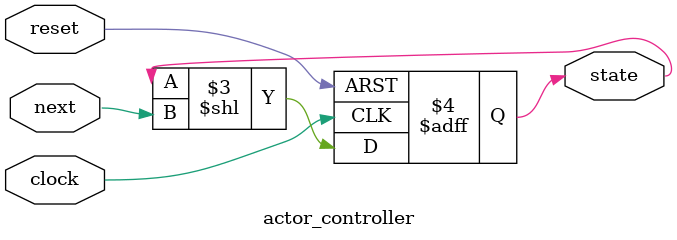
<source format=v>
`timescale 1ns/10ps

/* Step transition controller. This is a one hot state machine
   with STEP_COUNT bits used to store the state. Each state
   corresponds to a unique bit in the state storage. The next
   inputs gives the number of bits to "left_shift" the state.
   Thus next = N means that we want to "skip" N-1 states, and next = 0
   means that we stay in the same state. This state machine is positive
   edge triggered on the given clock. 

   The reset signal provides an active-low, synchronous reset to the
   state that has the 1 value in the least significant bit position
   of the state storage.
*/
module actor_controller(state, next, clock, reset); 
    parameter STEP_COUNT = 1;
    parameter NEXT_LENGTH = 1;

    output [STEP_COUNT - 1 : 0] state;

    input [NEXT_LENGTH - 1 : 0] next;
    input clock;
    input reset;

    reg [STEP_COUNT - 1 : 0] state;

    always @(posedge clock or negedge reset) begin
        if (~reset) begin
            state <= 1;
        end
        else begin
            state <= state << next;
        end
    end
endmodule

</source>
